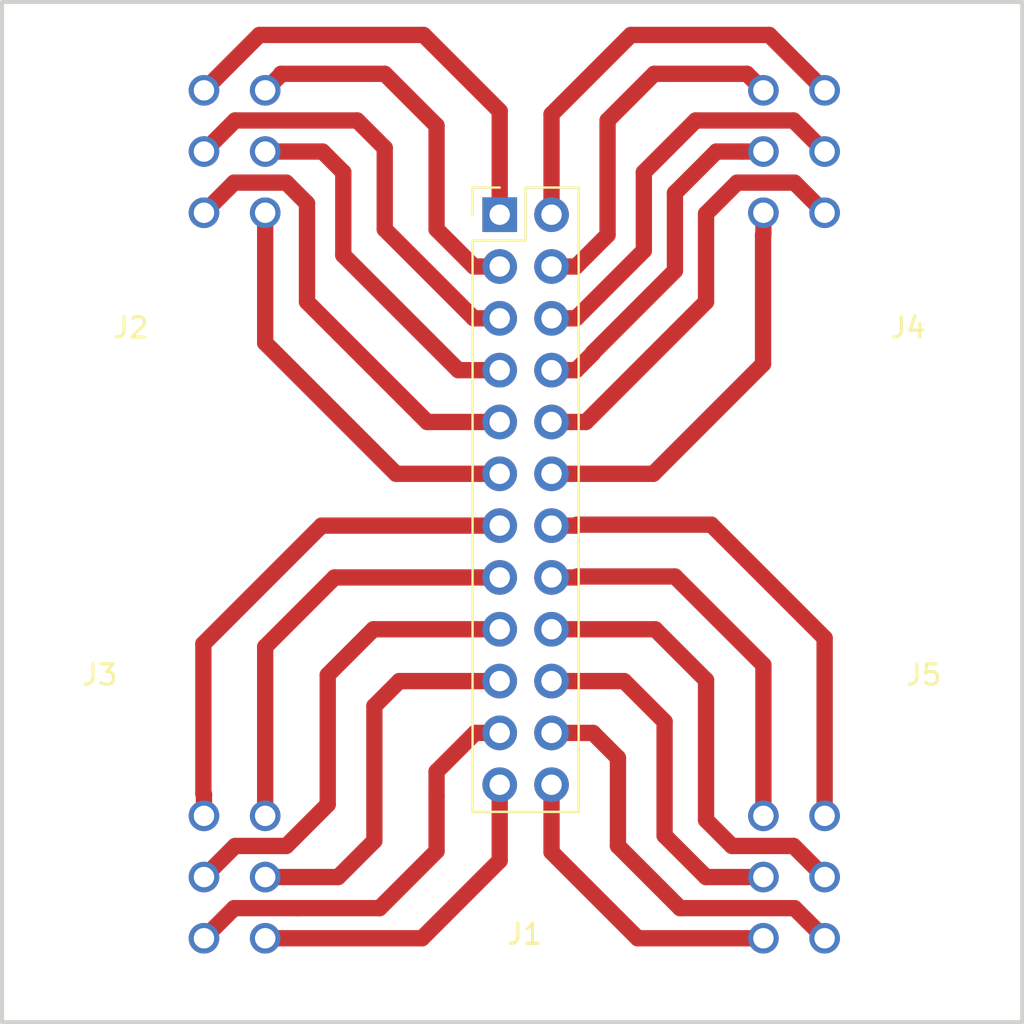
<source format=kicad_pcb>
(kicad_pcb (version 20171130) (host pcbnew "(5.0.2)-1")

  (general
    (thickness 1.6)
    (drawings 4)
    (tracks 128)
    (zones 0)
    (modules 5)
    (nets 25)
  )

  (page A4)
  (layers
    (0 F.Cu signal)
    (31 B.Cu signal)
    (32 B.Adhes user)
    (33 F.Adhes user)
    (34 B.Paste user)
    (35 F.Paste user)
    (36 B.SilkS user)
    (37 F.SilkS user)
    (38 B.Mask user)
    (39 F.Mask user)
    (40 Dwgs.User user)
    (41 Cmts.User user)
    (42 Eco1.User user)
    (43 Eco2.User user)
    (44 Edge.Cuts user)
    (45 Margin user)
    (46 B.CrtYd user)
    (47 F.CrtYd user)
    (48 B.Fab user)
    (49 F.Fab user)
  )

  (setup
    (last_trace_width 0.8)
    (trace_clearance 0.2)
    (zone_clearance 0.508)
    (zone_45_only no)
    (trace_min 0.2)
    (segment_width 0.2)
    (edge_width 0.2)
    (via_size 0.8)
    (via_drill 0.4)
    (via_min_size 0.4)
    (via_min_drill 0.3)
    (uvia_size 0.3)
    (uvia_drill 0.1)
    (uvias_allowed no)
    (uvia_min_size 0.2)
    (uvia_min_drill 0.1)
    (pcb_text_width 0.3)
    (pcb_text_size 1.5 1.5)
    (mod_edge_width 0.15)
    (mod_text_size 1 1)
    (mod_text_width 0.15)
    (pad_size 1.524 1.524)
    (pad_drill 0.762)
    (pad_to_mask_clearance 0.051)
    (solder_mask_min_width 0.25)
    (aux_axis_origin 0 0)
    (visible_elements 7FFFFFFF)
    (pcbplotparams
      (layerselection 0x010fc_ffffffff)
      (usegerberextensions false)
      (usegerberattributes false)
      (usegerberadvancedattributes false)
      (creategerberjobfile false)
      (excludeedgelayer true)
      (linewidth 0.100000)
      (plotframeref false)
      (viasonmask false)
      (mode 1)
      (useauxorigin false)
      (hpglpennumber 1)
      (hpglpenspeed 20)
      (hpglpendiameter 15.000000)
      (psnegative false)
      (psa4output false)
      (plotreference true)
      (plotvalue false)
      (plotinvisibletext false)
      (padsonsilk false)
      (subtractmaskfromsilk false)
      (outputformat 1)
      (mirror false)
      (drillshape 0)
      (scaleselection 1)
      (outputdirectory "ConnGERBERS/"))
  )

  (net 0 "")
  (net 1 "Net-(J1-Pad24)")
  (net 2 "Net-(J1-Pad12)")
  (net 3 "Net-(J1-Pad23)")
  (net 4 "Net-(J1-Pad11)")
  (net 5 "Net-(J1-Pad22)")
  (net 6 "Net-(J1-Pad10)")
  (net 7 "Net-(J1-Pad21)")
  (net 8 "Net-(J1-Pad9)")
  (net 9 "Net-(J1-Pad20)")
  (net 10 "Net-(J1-Pad8)")
  (net 11 "Net-(J1-Pad19)")
  (net 12 "Net-(J1-Pad7)")
  (net 13 "Net-(J1-Pad18)")
  (net 14 "Net-(J1-Pad6)")
  (net 15 "Net-(J1-Pad17)")
  (net 16 "Net-(J1-Pad5)")
  (net 17 "Net-(J1-Pad16)")
  (net 18 "Net-(J1-Pad4)")
  (net 19 "Net-(J1-Pad15)")
  (net 20 "Net-(J1-Pad3)")
  (net 21 "Net-(J1-Pad14)")
  (net 22 "Net-(J1-Pad2)")
  (net 23 "Net-(J1-Pad13)")
  (net 24 "Net-(J1-Pad1)")

  (net_class Default "This is the default net class."
    (clearance 0.2)
    (trace_width 0.8)
    (via_dia 0.8)
    (via_drill 0.4)
    (uvia_dia 0.3)
    (uvia_drill 0.1)
    (add_net "Net-(J1-Pad1)")
    (add_net "Net-(J1-Pad10)")
    (add_net "Net-(J1-Pad11)")
    (add_net "Net-(J1-Pad12)")
    (add_net "Net-(J1-Pad13)")
    (add_net "Net-(J1-Pad14)")
    (add_net "Net-(J1-Pad15)")
    (add_net "Net-(J1-Pad16)")
    (add_net "Net-(J1-Pad17)")
    (add_net "Net-(J1-Pad18)")
    (add_net "Net-(J1-Pad19)")
    (add_net "Net-(J1-Pad2)")
    (add_net "Net-(J1-Pad20)")
    (add_net "Net-(J1-Pad21)")
    (add_net "Net-(J1-Pad22)")
    (add_net "Net-(J1-Pad23)")
    (add_net "Net-(J1-Pad24)")
    (add_net "Net-(J1-Pad3)")
    (add_net "Net-(J1-Pad4)")
    (add_net "Net-(J1-Pad5)")
    (add_net "Net-(J1-Pad6)")
    (add_net "Net-(J1-Pad7)")
    (add_net "Net-(J1-Pad8)")
    (add_net "Net-(J1-Pad9)")
  )

  (module SOAR_Kicad_Library:Pin_Header_Straight_2x12_Pitch2.54mm (layer F.Cu) (tedit 5C6A0B38) (tstamp 5C6F9C9C)
    (at 164.385001 86.915001)
    (descr "Through hole straight pin header, 2x12, 2.54mm pitch, double rows")
    (tags "Through hole pin header THT 2x12 2.54mm double row")
    (path /5C6AD1A8)
    (fp_text reference J1 (at 1.222999 35.258999) (layer F.SilkS)
      (effects (font (size 1 1) (thickness 0.15)))
    )
    (fp_text value "2x12 Pin Header" (at 1.730999 37.036999) (layer F.Fab)
      (effects (font (size 1 1) (thickness 0.15)))
    )
    (fp_text user %R (at 1.27 13.97 90) (layer F.Fab)
      (effects (font (size 1 1) (thickness 0.15)))
    )
    (fp_line (start 4.35 -1.8) (end -1.8 -1.8) (layer F.CrtYd) (width 0.05))
    (fp_line (start 4.35 29.75) (end 4.35 -1.8) (layer F.CrtYd) (width 0.05))
    (fp_line (start -1.8 29.75) (end 4.35 29.75) (layer F.CrtYd) (width 0.05))
    (fp_line (start -1.8 -1.8) (end -1.8 29.75) (layer F.CrtYd) (width 0.05))
    (fp_line (start -1.33 -1.33) (end 0 -1.33) (layer F.SilkS) (width 0.12))
    (fp_line (start -1.33 0) (end -1.33 -1.33) (layer F.SilkS) (width 0.12))
    (fp_line (start 1.27 -1.33) (end 3.87 -1.33) (layer F.SilkS) (width 0.12))
    (fp_line (start 1.27 1.27) (end 1.27 -1.33) (layer F.SilkS) (width 0.12))
    (fp_line (start -1.33 1.27) (end 1.27 1.27) (layer F.SilkS) (width 0.12))
    (fp_line (start 3.87 -1.33) (end 3.87 29.27) (layer F.SilkS) (width 0.12))
    (fp_line (start -1.33 1.27) (end -1.33 29.27) (layer F.SilkS) (width 0.12))
    (fp_line (start -1.33 29.27) (end 3.87 29.27) (layer F.SilkS) (width 0.12))
    (fp_line (start -1.27 0) (end 0 -1.27) (layer F.Fab) (width 0.1))
    (fp_line (start -1.27 29.21) (end -1.27 0) (layer F.Fab) (width 0.1))
    (fp_line (start 3.81 29.21) (end -1.27 29.21) (layer F.Fab) (width 0.1))
    (fp_line (start 3.81 -1.27) (end 3.81 29.21) (layer F.Fab) (width 0.1))
    (fp_line (start 0 -1.27) (end 3.81 -1.27) (layer F.Fab) (width 0.1))
    (pad 24 thru_hole oval (at 2.54 27.94) (size 1.7 1.7) (drill 1) (layers *.Cu *.Mask)
      (net 1 "Net-(J1-Pad24)"))
    (pad 12 thru_hole oval (at 0 27.94) (size 1.7 1.7) (drill 1) (layers *.Cu *.Mask)
      (net 2 "Net-(J1-Pad12)"))
    (pad 23 thru_hole oval (at 2.54 25.4) (size 1.7 1.7) (drill 1) (layers *.Cu *.Mask)
      (net 3 "Net-(J1-Pad23)"))
    (pad 11 thru_hole oval (at 0 25.4) (size 1.7 1.7) (drill 1) (layers *.Cu *.Mask)
      (net 4 "Net-(J1-Pad11)"))
    (pad 22 thru_hole oval (at 2.54 22.86) (size 1.7 1.7) (drill 1) (layers *.Cu *.Mask)
      (net 5 "Net-(J1-Pad22)"))
    (pad 10 thru_hole oval (at 0 22.86) (size 1.7 1.7) (drill 1) (layers *.Cu *.Mask)
      (net 6 "Net-(J1-Pad10)"))
    (pad 21 thru_hole oval (at 2.54 20.32) (size 1.7 1.7) (drill 1) (layers *.Cu *.Mask)
      (net 7 "Net-(J1-Pad21)"))
    (pad 9 thru_hole oval (at 0 20.32) (size 1.7 1.7) (drill 1) (layers *.Cu *.Mask)
      (net 8 "Net-(J1-Pad9)"))
    (pad 20 thru_hole oval (at 2.54 17.78) (size 1.7 1.7) (drill 1) (layers *.Cu *.Mask)
      (net 9 "Net-(J1-Pad20)"))
    (pad 8 thru_hole oval (at 0 17.78) (size 1.7 1.7) (drill 1) (layers *.Cu *.Mask)
      (net 10 "Net-(J1-Pad8)"))
    (pad 19 thru_hole oval (at 2.54 15.24) (size 1.7 1.7) (drill 1) (layers *.Cu *.Mask)
      (net 11 "Net-(J1-Pad19)"))
    (pad 7 thru_hole oval (at 0 15.24) (size 1.7 1.7) (drill 1) (layers *.Cu *.Mask)
      (net 12 "Net-(J1-Pad7)"))
    (pad 18 thru_hole oval (at 2.54 12.7) (size 1.7 1.7) (drill 1) (layers *.Cu *.Mask)
      (net 13 "Net-(J1-Pad18)"))
    (pad 6 thru_hole oval (at 0 12.7) (size 1.7 1.7) (drill 1) (layers *.Cu *.Mask)
      (net 14 "Net-(J1-Pad6)"))
    (pad 17 thru_hole oval (at 2.54 10.16) (size 1.7 1.7) (drill 1) (layers *.Cu *.Mask)
      (net 15 "Net-(J1-Pad17)"))
    (pad 5 thru_hole oval (at 0 10.16) (size 1.7 1.7) (drill 1) (layers *.Cu *.Mask)
      (net 16 "Net-(J1-Pad5)"))
    (pad 16 thru_hole oval (at 2.54 7.62) (size 1.7 1.7) (drill 1) (layers *.Cu *.Mask)
      (net 17 "Net-(J1-Pad16)"))
    (pad 4 thru_hole oval (at 0 7.62) (size 1.7 1.7) (drill 1) (layers *.Cu *.Mask)
      (net 18 "Net-(J1-Pad4)"))
    (pad 15 thru_hole oval (at 2.54 5.08) (size 1.7 1.7) (drill 1) (layers *.Cu *.Mask)
      (net 19 "Net-(J1-Pad15)"))
    (pad 3 thru_hole oval (at 0 5.08) (size 1.7 1.7) (drill 1) (layers *.Cu *.Mask)
      (net 20 "Net-(J1-Pad3)"))
    (pad 14 thru_hole oval (at 2.54 2.54) (size 1.7 1.7) (drill 1) (layers *.Cu *.Mask)
      (net 21 "Net-(J1-Pad14)"))
    (pad 2 thru_hole oval (at 0 2.54) (size 1.7 1.7) (drill 1) (layers *.Cu *.Mask)
      (net 22 "Net-(J1-Pad2)"))
    (pad 13 thru_hole oval (at 2.54 0) (size 1.7 1.7) (drill 1) (layers *.Cu *.Mask)
      (net 23 "Net-(J1-Pad13)"))
    (pad 1 thru_hole rect (at 0 0) (size 1.7 1.7) (drill 1) (layers *.Cu *.Mask)
      (net 24 "Net-(J1-Pad1)"))
    (model ${KISYS3DMOD}/Pin_Headers.3dshapes/Pin_Header_Straight_2x12_Pitch2.54mm.wrl
      (at (xyz 0 0 0))
      (scale (xyz 1 1 1))
      (rotate (xyz 0 0 0))
    )
  )

  (module SOAR_Kicad_Library:Molex_Micro-Fit_3.0_43045-0600_2x03_P3.00mm_Horizontal_flip_left (layer F.Cu) (tedit 5C6A0B27) (tstamp 5C6F9CB4)
    (at 140.97 83.82 270)
    (descr "Molex Micro-Fit 3.0 Connector System, 43045-0410 (compatible alternatives: 43045-0411, 43045-0409), 2 Pins per row (http://www.molex.com/pdm_docs/sd/430450210_sd.pdf), generated with kicad-footprint-generator")
    (tags "connector Molex Micro-Fit_3.0 top entry")
    (path /5C69E539)
    (attr smd)
    (fp_text reference J2 (at 8.636 -5.334) (layer F.SilkS)
      (effects (font (size 1 1) (thickness 0.15)))
    )
    (fp_text value "2x3 Molex" (at 10.16 -5.334 180) (layer F.Fab)
      (effects (font (size 1 1) (thickness 0.15)))
    )
    (fp_line (start 7.1 -13) (end -7.1 -13) (layer F.CrtYd) (width 0.15))
    (fp_line (start 7.1 -3.1) (end 7.1 -13) (layer F.CrtYd) (width 0.15))
    (fp_line (start 5.8 0.5) (end 7.1 -3.1) (layer F.CrtYd) (width 0.15))
    (fp_line (start -5.8 0.5) (end 5.8 0.5) (layer F.CrtYd) (width 0.15))
    (fp_line (start -7.1 -3.2) (end -5.8 0.5) (layer F.CrtYd) (width 0.15))
    (fp_line (start -7.1 -13) (end -7.1 -3.2) (layer F.CrtYd) (width 0.15))
    (fp_line (start 0 0) (end -5.325 0) (layer F.Fab) (width 0.1))
    (fp_line (start -6.325 -3.17) (end -5.325 0) (layer F.Fab) (width 0.1))
    (fp_line (start -6.325 -9.91) (end -6.325 -3.17) (layer F.Fab) (width 0.1))
    (fp_line (start -6.325 -9.91) (end 6.325 -9.91) (layer F.Fab) (width 0.1))
    (fp_line (start 0 0) (end 5.325 0) (layer F.Fab) (width 0.1))
    (fp_line (start 6.325 -3.17) (end 5.325 0) (layer F.Fab) (width 0.1))
    (fp_line (start 6.325 -9.91) (end 6.325 -3.17) (layer F.Fab) (width 0.1))
    (pad "" np_thru_hole circle (at 0 -4.6 90) (size 3 3) (drill 3) (layers *.Cu *.Mask))
    (pad 5 thru_hole circle (at 3 -8.92 90) (size 1.5 1.5) (drill 1) (layers *.Cu *.Mask)
      (net 16 "Net-(J1-Pad5)"))
    (pad 3 thru_hole circle (at 0 -8.92 90) (size 1.5 1.5) (drill 1) (layers *.Cu *.Mask)
      (net 20 "Net-(J1-Pad3)"))
    (pad 6 thru_hole circle (at 3 -11.92 90) (size 1.5 1.5) (drill 1) (layers *.Cu *.Mask)
      (net 14 "Net-(J1-Pad6)"))
    (pad 4 thru_hole circle (at 0 -11.92 90) (size 1.5 1.5) (drill 1) (layers *.Cu *.Mask)
      (net 18 "Net-(J1-Pad4)"))
    (pad 2 thru_hole circle (at -3 -11.92 90) (size 1.5 1.5) (drill 1) (layers *.Cu *.Mask)
      (net 22 "Net-(J1-Pad2)"))
    (pad 1 thru_hole circle (at -3 -8.92 90) (size 1.5 1.5) (drill 1) (layers *.Cu *.Mask)
      (net 24 "Net-(J1-Pad1)"))
    (model ${KISYS3DMOD}/Connector_Molex.3dshapes/Molex_Micro-Fit_3.0_43045-0410_2x02-1MP_P3.00mm_Horizontal.wrl
      (at (xyz 0 0 0))
      (scale (xyz 1 1 1))
      (rotate (xyz 0 0 0))
    )
  )

  (module SOAR_Kicad_Library:Molex_Micro-Fit_3.0_43045-0600_2x03_P3.00mm_Horizontal_flip_left (layer F.Cu) (tedit 5C6A0B23) (tstamp 5C6F9CCC)
    (at 140.97 119.38 270)
    (descr "Molex Micro-Fit 3.0 Connector System, 43045-0410 (compatible alternatives: 43045-0411, 43045-0409), 2 Pins per row (http://www.molex.com/pdm_docs/sd/430450210_sd.pdf), generated with kicad-footprint-generator")
    (tags "connector Molex Micro-Fit_3.0 top entry")
    (path /5C69E6D8)
    (attr smd)
    (fp_text reference J3 (at -9.906 -3.81) (layer F.SilkS)
      (effects (font (size 1 1) (thickness 0.15)))
    )
    (fp_text value "2x3 Molex" (at -8.128 -3.556 180) (layer F.Fab)
      (effects (font (size 1 1) (thickness 0.15)))
    )
    (fp_line (start 6.325 -9.91) (end 6.325 -3.17) (layer F.Fab) (width 0.1))
    (fp_line (start 6.325 -3.17) (end 5.325 0) (layer F.Fab) (width 0.1))
    (fp_line (start 0 0) (end 5.325 0) (layer F.Fab) (width 0.1))
    (fp_line (start -6.325 -9.91) (end 6.325 -9.91) (layer F.Fab) (width 0.1))
    (fp_line (start -6.325 -9.91) (end -6.325 -3.17) (layer F.Fab) (width 0.1))
    (fp_line (start -6.325 -3.17) (end -5.325 0) (layer F.Fab) (width 0.1))
    (fp_line (start 0 0) (end -5.325 0) (layer F.Fab) (width 0.1))
    (fp_line (start -7.1 -13) (end -7.1 -3.2) (layer F.CrtYd) (width 0.15))
    (fp_line (start -7.1 -3.2) (end -5.8 0.5) (layer F.CrtYd) (width 0.15))
    (fp_line (start -5.8 0.5) (end 5.8 0.5) (layer F.CrtYd) (width 0.15))
    (fp_line (start 5.8 0.5) (end 7.1 -3.1) (layer F.CrtYd) (width 0.15))
    (fp_line (start 7.1 -3.1) (end 7.1 -13) (layer F.CrtYd) (width 0.15))
    (fp_line (start 7.1 -13) (end -7.1 -13) (layer F.CrtYd) (width 0.15))
    (pad 1 thru_hole circle (at -3 -8.92 90) (size 1.5 1.5) (drill 1) (layers *.Cu *.Mask)
      (net 12 "Net-(J1-Pad7)"))
    (pad 2 thru_hole circle (at -3 -11.92 90) (size 1.5 1.5) (drill 1) (layers *.Cu *.Mask)
      (net 10 "Net-(J1-Pad8)"))
    (pad 4 thru_hole circle (at 0 -11.92 90) (size 1.5 1.5) (drill 1) (layers *.Cu *.Mask)
      (net 6 "Net-(J1-Pad10)"))
    (pad 6 thru_hole circle (at 3 -11.92 90) (size 1.5 1.5) (drill 1) (layers *.Cu *.Mask)
      (net 2 "Net-(J1-Pad12)"))
    (pad 3 thru_hole circle (at 0 -8.92 90) (size 1.5 1.5) (drill 1) (layers *.Cu *.Mask)
      (net 8 "Net-(J1-Pad9)"))
    (pad 5 thru_hole circle (at 3 -8.92 90) (size 1.5 1.5) (drill 1) (layers *.Cu *.Mask)
      (net 4 "Net-(J1-Pad11)"))
    (pad "" np_thru_hole circle (at 0 -4.6 90) (size 3 3) (drill 3) (layers *.Cu *.Mask))
    (model ${KISYS3DMOD}/Connector_Molex.3dshapes/Molex_Micro-Fit_3.0_43045-0410_2x02-1MP_P3.00mm_Horizontal.wrl
      (at (xyz 0 0 0))
      (scale (xyz 1 1 1))
      (rotate (xyz 0 0 0))
    )
  )

  (module SOAR_Kicad_Library:Molex_Micro-Fit_3.0_43045-0600_2x03_P3.00mm_Horizontal_flip_right (layer F.Cu) (tedit 5C6A0B0A) (tstamp 5C6F9CE4)
    (at 189.23 83.82 90)
    (descr "Molex Micro-Fit 3.0 Connector System, 43045-0410 (compatible alternatives: 43045-0411, 43045-0409), 2 Pins per row (http://www.molex.com/pdm_docs/sd/430450210_sd.pdf), generated with kicad-footprint-generator")
    (tags "connector Molex Micro-Fit_3.0 top entry")
    (path /5C69E891)
    (attr smd)
    (fp_text reference J4 (at -8.636 -4.826 180) (layer F.SilkS)
      (effects (font (size 1 1) (thickness 0.15)))
    )
    (fp_text value "2x3 Molex" (at -10.16 -4.826) (layer F.Fab)
      (effects (font (size 1 1) (thickness 0.15)))
    )
    (fp_line (start 7.1 -13) (end -7.1 -13) (layer F.CrtYd) (width 0.15))
    (fp_line (start 7.1 -3.1) (end 7.1 -13) (layer F.CrtYd) (width 0.15))
    (fp_line (start 5.8 0.5) (end 7.1 -3.1) (layer F.CrtYd) (width 0.15))
    (fp_line (start -5.8 0.5) (end 5.8 0.5) (layer F.CrtYd) (width 0.15))
    (fp_line (start -7.1 -3.2) (end -5.8 0.5) (layer F.CrtYd) (width 0.15))
    (fp_line (start -7.1 -13) (end -7.1 -3.2) (layer F.CrtYd) (width 0.15))
    (fp_line (start 0 0) (end -5.325 0) (layer F.Fab) (width 0.1))
    (fp_line (start -6.325 -3.17) (end -5.325 0) (layer F.Fab) (width 0.1))
    (fp_line (start -6.325 -9.91) (end -6.325 -3.17) (layer F.Fab) (width 0.1))
    (fp_line (start -6.325 -9.91) (end 6.325 -9.91) (layer F.Fab) (width 0.1))
    (fp_line (start 0 0) (end 5.325 0) (layer F.Fab) (width 0.1))
    (fp_line (start 6.325 -3.17) (end 5.325 0) (layer F.Fab) (width 0.1))
    (fp_line (start 6.325 -9.91) (end 6.325 -3.17) (layer F.Fab) (width 0.1))
    (pad "" np_thru_hole circle (at 0 -4.6 270) (size 3 3) (drill 3) (layers *.Cu *.Mask))
    (pad 1 thru_hole circle (at 3 -8.92 270) (size 1.5 1.5) (drill 1) (layers *.Cu *.Mask)
      (net 23 "Net-(J1-Pad13)"))
    (pad 3 thru_hole circle (at 0 -8.92 270) (size 1.5 1.5) (drill 1) (layers *.Cu *.Mask)
      (net 19 "Net-(J1-Pad15)"))
    (pad 2 thru_hole circle (at 3 -11.92 270) (size 1.5 1.5) (drill 1) (layers *.Cu *.Mask)
      (net 21 "Net-(J1-Pad14)"))
    (pad 4 thru_hole circle (at 0 -11.92 270) (size 1.5 1.5) (drill 1) (layers *.Cu *.Mask)
      (net 17 "Net-(J1-Pad16)"))
    (pad 6 thru_hole circle (at -3 -11.92 270) (size 1.5 1.5) (drill 1) (layers *.Cu *.Mask)
      (net 13 "Net-(J1-Pad18)"))
    (pad 5 thru_hole circle (at -3 -8.92 270) (size 1.5 1.5) (drill 1) (layers *.Cu *.Mask)
      (net 15 "Net-(J1-Pad17)"))
    (model ${KISYS3DMOD}/Connector_Molex.3dshapes/Molex_Micro-Fit_3.0_43045-0410_2x02-1MP_P3.00mm_Horizontal.wrl
      (at (xyz 0 0 0))
      (scale (xyz 1 1 1))
      (rotate (xyz 0 0 0))
    )
  )

  (module SOAR_Kicad_Library:Molex_Micro-Fit_3.0_43045-0600_2x03_P3.00mm_Horizontal_flip_right (layer F.Cu) (tedit 5C6A0B1F) (tstamp 5C6F9CFC)
    (at 189.23 119.38 90)
    (descr "Molex Micro-Fit 3.0 Connector System, 43045-0410 (compatible alternatives: 43045-0411, 43045-0409), 2 Pins per row (http://www.molex.com/pdm_docs/sd/430450210_sd.pdf), generated with kicad-footprint-generator")
    (tags "connector Molex Micro-Fit_3.0 top entry")
    (path /5C69EA07)
    (attr smd)
    (fp_text reference J5 (at 9.906 -4.064 180) (layer F.SilkS)
      (effects (font (size 1 1) (thickness 0.15)))
    )
    (fp_text value "2x3 Molex" (at 8.128 -3.556) (layer F.Fab)
      (effects (font (size 1 1) (thickness 0.15)))
    )
    (fp_line (start 6.325 -9.91) (end 6.325 -3.17) (layer F.Fab) (width 0.1))
    (fp_line (start 6.325 -3.17) (end 5.325 0) (layer F.Fab) (width 0.1))
    (fp_line (start 0 0) (end 5.325 0) (layer F.Fab) (width 0.1))
    (fp_line (start -6.325 -9.91) (end 6.325 -9.91) (layer F.Fab) (width 0.1))
    (fp_line (start -6.325 -9.91) (end -6.325 -3.17) (layer F.Fab) (width 0.1))
    (fp_line (start -6.325 -3.17) (end -5.325 0) (layer F.Fab) (width 0.1))
    (fp_line (start 0 0) (end -5.325 0) (layer F.Fab) (width 0.1))
    (fp_line (start -7.1 -13) (end -7.1 -3.2) (layer F.CrtYd) (width 0.15))
    (fp_line (start -7.1 -3.2) (end -5.8 0.5) (layer F.CrtYd) (width 0.15))
    (fp_line (start -5.8 0.5) (end 5.8 0.5) (layer F.CrtYd) (width 0.15))
    (fp_line (start 5.8 0.5) (end 7.1 -3.1) (layer F.CrtYd) (width 0.15))
    (fp_line (start 7.1 -3.1) (end 7.1 -13) (layer F.CrtYd) (width 0.15))
    (fp_line (start 7.1 -13) (end -7.1 -13) (layer F.CrtYd) (width 0.15))
    (pad 5 thru_hole circle (at -3 -8.92 270) (size 1.5 1.5) (drill 1) (layers *.Cu *.Mask)
      (net 3 "Net-(J1-Pad23)"))
    (pad 6 thru_hole circle (at -3 -11.92 270) (size 1.5 1.5) (drill 1) (layers *.Cu *.Mask)
      (net 1 "Net-(J1-Pad24)"))
    (pad 4 thru_hole circle (at 0 -11.92 270) (size 1.5 1.5) (drill 1) (layers *.Cu *.Mask)
      (net 5 "Net-(J1-Pad22)"))
    (pad 2 thru_hole circle (at 3 -11.92 270) (size 1.5 1.5) (drill 1) (layers *.Cu *.Mask)
      (net 9 "Net-(J1-Pad20)"))
    (pad 3 thru_hole circle (at 0 -8.92 270) (size 1.5 1.5) (drill 1) (layers *.Cu *.Mask)
      (net 7 "Net-(J1-Pad21)"))
    (pad 1 thru_hole circle (at 3 -8.92 270) (size 1.5 1.5) (drill 1) (layers *.Cu *.Mask)
      (net 11 "Net-(J1-Pad19)"))
    (pad "" np_thru_hole circle (at 0 -4.6 270) (size 3 3) (drill 3) (layers *.Cu *.Mask))
    (model ${KISYS3DMOD}/Connector_Molex.3dshapes/Molex_Micro-Fit_3.0_43045-0410_2x02-1MP_P3.00mm_Horizontal.wrl
      (at (xyz 0 0 0))
      (scale (xyz 1 1 1))
      (rotate (xyz 0 0 0))
    )
  )

  (gr_line (start 189.992 126.492) (end 139.992 126.492) (layer Edge.Cuts) (width 0.2) (tstamp 5C6A2A12))
  (gr_line (start 189.992 76.492) (end 139.992 76.492) (layer Edge.Cuts) (width 0.2) (tstamp 5C6A29A5))
  (gr_line (start 139.992 76.492) (end 139.992 126.492) (layer Edge.Cuts) (width 0.2) (tstamp 5C6A299D))
  (gr_line (start 189.992 76.492) (end 189.992 126.492) (layer Edge.Cuts) (width 0.2))

  (segment (start 177.31 122.38) (end 171.148 122.38) (width 0.8) (layer F.Cu) (net 1))
  (segment (start 171.148 122.38) (end 166.925001 118.157001) (width 0.8) (layer F.Cu) (net 1))
  (segment (start 166.925001 118.157001) (end 166.925001 114.855001) (width 0.8) (layer F.Cu) (net 1))
  (segment (start 164.385001 114.855001) (end 164.385001 118.570999) (width 0.8) (layer F.Cu) (net 2))
  (segment (start 160.576 122.38) (end 152.89 122.38) (width 0.8) (layer F.Cu) (net 2))
  (segment (start 164.385001 118.570999) (end 160.576 122.38) (width 0.8) (layer F.Cu) (net 2))
  (segment (start 168.957001 112.315001) (end 166.925001 112.315001) (width 0.8) (layer F.Cu) (net 3))
  (segment (start 170.18 113.538) (end 168.957001 112.315001) (width 0.8) (layer F.Cu) (net 3))
  (segment (start 173.228 120.904) (end 170.18 117.856) (width 0.8) (layer F.Cu) (net 3))
  (segment (start 178.834 120.904) (end 173.228 120.904) (width 0.8) (layer F.Cu) (net 3))
  (segment (start 170.18 117.856) (end 170.18 113.538) (width 0.8) (layer F.Cu) (net 3))
  (segment (start 180.31 122.38) (end 178.834 120.904) (width 0.8) (layer F.Cu) (net 3))
  (segment (start 149.89 122.38) (end 151.366 120.904) (width 0.8) (layer F.Cu) (net 4))
  (segment (start 151.366 120.904) (end 154.432 120.904) (width 0.8) (layer F.Cu) (net 4))
  (segment (start 154.432 120.904) (end 158.496 120.904) (width 0.8) (layer F.Cu) (net 4))
  (segment (start 158.496 120.904) (end 161.29 118.11) (width 0.8) (layer F.Cu) (net 4))
  (segment (start 161.29 118.11) (end 161.29 115.410002) (width 0.8) (layer F.Cu) (net 4))
  (segment (start 161.29 114.207921) (end 161.29 115.410002) (width 0.8) (layer F.Cu) (net 4))
  (segment (start 163.18292 112.315001) (end 161.29 114.207921) (width 0.8) (layer F.Cu) (net 4))
  (segment (start 164.385001 112.315001) (end 163.18292 112.315001) (width 0.8) (layer F.Cu) (net 4))
  (segment (start 170.481001 109.775001) (end 166.925001 109.775001) (width 0.8) (layer F.Cu) (net 5))
  (segment (start 172.466 117.348) (end 172.466 111.76) (width 0.8) (layer F.Cu) (net 5))
  (segment (start 172.466 111.76) (end 170.481001 109.775001) (width 0.8) (layer F.Cu) (net 5))
  (segment (start 174.498 119.38) (end 172.466 117.348) (width 0.8) (layer F.Cu) (net 5))
  (segment (start 177.31 119.38) (end 174.498 119.38) (width 0.8) (layer F.Cu) (net 5))
  (segment (start 158.242 110.998) (end 159.464999 109.775001) (width 0.8) (layer F.Cu) (net 6))
  (segment (start 159.464999 109.775001) (end 164.385001 109.775001) (width 0.8) (layer F.Cu) (net 6))
  (segment (start 158.242 117.602) (end 158.242 110.998) (width 0.8) (layer F.Cu) (net 6))
  (segment (start 156.464 119.38) (end 158.242 117.602) (width 0.8) (layer F.Cu) (net 6))
  (segment (start 152.89 119.38) (end 156.464 119.38) (width 0.8) (layer F.Cu) (net 6))
  (segment (start 178.786 117.856) (end 180.31 119.38) (width 0.8) (layer F.Cu) (net 7))
  (segment (start 175.768 117.856) (end 178.786 117.856) (width 0.8) (layer F.Cu) (net 7))
  (segment (start 174.498 116.586) (end 175.768 117.856) (width 0.8) (layer F.Cu) (net 7))
  (segment (start 174.498 109.728) (end 174.498 116.586) (width 0.8) (layer F.Cu) (net 7))
  (segment (start 172.005001 107.235001) (end 174.498 109.728) (width 0.8) (layer F.Cu) (net 7))
  (segment (start 166.925001 107.235001) (end 172.005001 107.235001) (width 0.8) (layer F.Cu) (net 7))
  (segment (start 151.414 117.856) (end 149.89 119.38) (width 0.8) (layer F.Cu) (net 8))
  (segment (start 155.956 109.474) (end 155.956 115.824) (width 0.8) (layer F.Cu) (net 8))
  (segment (start 153.924 117.856) (end 151.414 117.856) (width 0.8) (layer F.Cu) (net 8))
  (segment (start 155.956 115.824) (end 153.924 117.856) (width 0.8) (layer F.Cu) (net 8))
  (segment (start 158.194999 107.235001) (end 155.956 109.474) (width 0.8) (layer F.Cu) (net 8))
  (segment (start 164.385001 107.235001) (end 158.194999 107.235001) (width 0.8) (layer F.Cu) (net 8))
  (segment (start 177.31 108.984) (end 177.31 116.38) (width 0.8) (layer F.Cu) (net 9))
  (segment (start 168.174083 104.648) (end 172.974 104.648) (width 0.8) (layer F.Cu) (net 9))
  (segment (start 172.974 104.648) (end 177.31 108.984) (width 0.8) (layer F.Cu) (net 9))
  (segment (start 168.127082 104.695001) (end 168.174083 104.648) (width 0.8) (layer F.Cu) (net 9))
  (segment (start 166.925001 104.695001) (end 168.127082 104.695001) (width 0.8) (layer F.Cu) (net 9))
  (segment (start 152.89 108.095) (end 152.89 116.38) (width 0.8) (layer F.Cu) (net 10))
  (segment (start 156.289999 104.695001) (end 152.89 108.095) (width 0.8) (layer F.Cu) (net 10))
  (segment (start 164.385001 104.695001) (end 156.289999 104.695001) (width 0.8) (layer F.Cu) (net 10))
  (segment (start 168.127082 102.155001) (end 168.174083 102.108) (width 0.8) (layer F.Cu) (net 11))
  (segment (start 166.925001 102.155001) (end 168.127082 102.155001) (width 0.8) (layer F.Cu) (net 11))
  (segment (start 168.174083 102.108) (end 174.752 102.108) (width 0.8) (layer F.Cu) (net 11))
  (segment (start 180.31 107.666) (end 180.31 116.38) (width 0.8) (layer F.Cu) (net 11))
  (segment (start 174.752 102.108) (end 180.31 107.666) (width 0.8) (layer F.Cu) (net 11))
  (segment (start 149.89 115.31934) (end 149.86 115.28934) (width 0.8) (layer F.Cu) (net 12))
  (segment (start 149.89 116.38) (end 149.89 115.31934) (width 0.8) (layer F.Cu) (net 12))
  (segment (start 149.86 115.28934) (end 149.86 107.95) (width 0.8) (layer F.Cu) (net 12))
  (segment (start 155.654999 102.155001) (end 164.385001 102.155001) (width 0.8) (layer F.Cu) (net 12))
  (segment (start 149.86 107.95) (end 155.654999 102.155001) (width 0.8) (layer F.Cu) (net 12))
  (segment (start 177.31 87.88066) (end 177.292 87.89866) (width 0.8) (layer F.Cu) (net 13))
  (segment (start 177.31 86.82) (end 177.31 87.88066) (width 0.8) (layer F.Cu) (net 13))
  (segment (start 177.292 87.89866) (end 177.292 94.234) (width 0.8) (layer F.Cu) (net 13))
  (segment (start 171.910999 99.615001) (end 166.925001 99.615001) (width 0.8) (layer F.Cu) (net 13))
  (segment (start 177.292 94.234) (end 171.910999 99.615001) (width 0.8) (layer F.Cu) (net 13))
  (segment (start 152.89 86.82) (end 152.89 93.2) (width 0.8) (layer F.Cu) (net 14))
  (segment (start 159.305001 99.615001) (end 164.385001 99.615001) (width 0.8) (layer F.Cu) (net 14))
  (segment (start 152.89 93.2) (end 159.305001 99.615001) (width 0.8) (layer F.Cu) (net 14))
  (segment (start 180.31 86.82) (end 178.834 85.344) (width 0.8) (layer F.Cu) (net 15))
  (segment (start 174.498 91.186) (end 168.608999 97.075001) (width 0.8) (layer F.Cu) (net 15))
  (segment (start 174.498 86.868) (end 174.498 91.186) (width 0.8) (layer F.Cu) (net 15))
  (segment (start 176.022 85.344) (end 174.498 86.868) (width 0.8) (layer F.Cu) (net 15))
  (segment (start 168.608999 97.075001) (end 166.925001 97.075001) (width 0.8) (layer F.Cu) (net 15))
  (segment (start 178.834 85.344) (end 176.022 85.344) (width 0.8) (layer F.Cu) (net 15))
  (segment (start 151.366 85.344) (end 149.89 86.82) (width 0.8) (layer F.Cu) (net 16))
  (segment (start 153.924 85.344) (end 151.366 85.344) (width 0.8) (layer F.Cu) (net 16))
  (segment (start 154.94 86.36) (end 153.924 85.344) (width 0.8) (layer F.Cu) (net 16))
  (segment (start 154.94 91.186) (end 154.94 86.36) (width 0.8) (layer F.Cu) (net 16))
  (segment (start 160.829001 97.075001) (end 154.94 91.186) (width 0.8) (layer F.Cu) (net 16))
  (segment (start 164.385001 97.075001) (end 160.829001 97.075001) (width 0.8) (layer F.Cu) (net 16))
  (segment (start 177.31 83.82) (end 176.24934 83.82) (width 0.8) (layer F.Cu) (net 17))
  (segment (start 176.24934 83.82) (end 175.006 83.82) (width 0.8) (layer F.Cu) (net 17))
  (segment (start 175.006 83.82) (end 172.974 85.852) (width 0.8) (layer F.Cu) (net 17))
  (segment (start 172.974 85.852) (end 172.974 89.662) (width 0.8) (layer F.Cu) (net 17))
  (segment (start 172.974 89.662) (end 168.950998 93.685002) (width 0.8) (layer F.Cu) (net 17))
  (segment (start 168.950998 93.711085) (end 168.950998 93.685002) (width 0.8) (layer F.Cu) (net 17))
  (segment (start 168.127082 94.535001) (end 168.950998 93.711085) (width 0.8) (layer F.Cu) (net 17))
  (segment (start 166.925001 94.535001) (end 168.127082 94.535001) (width 0.8) (layer F.Cu) (net 17))
  (segment (start 164.385001 94.535001) (end 162.353001 94.535001) (width 0.8) (layer F.Cu) (net 18))
  (segment (start 162.353001 94.535001) (end 156.718 88.9) (width 0.8) (layer F.Cu) (net 18))
  (segment (start 156.718 88.9) (end 156.718 84.836) (width 0.8) (layer F.Cu) (net 18))
  (segment (start 155.702 83.82) (end 152.89 83.82) (width 0.8) (layer F.Cu) (net 18))
  (segment (start 156.718 84.836) (end 155.702 83.82) (width 0.8) (layer F.Cu) (net 18))
  (segment (start 168.127082 91.995001) (end 168.174083 91.948) (width 0.8) (layer F.Cu) (net 19))
  (segment (start 166.925001 91.995001) (end 168.127082 91.995001) (width 0.8) (layer F.Cu) (net 19))
  (segment (start 168.174083 91.948) (end 168.174083 91.921917) (width 0.8) (layer F.Cu) (net 19))
  (segment (start 171.45 88.672083) (end 168.174083 91.948) (width 0.8) (layer F.Cu) (net 19))
  (segment (start 180.31 83.82) (end 178.786 82.296) (width 0.8) (layer F.Cu) (net 19))
  (segment (start 171.45 88.672083) (end 171.45 84.836) (width 0.8) (layer F.Cu) (net 19))
  (segment (start 171.45 84.836) (end 173.99 82.296) (width 0.8) (layer F.Cu) (net 19))
  (segment (start 178.786 82.296) (end 173.99 82.296) (width 0.8) (layer F.Cu) (net 19))
  (segment (start 151.414 82.296) (end 149.89 83.82) (width 0.8) (layer F.Cu) (net 20))
  (segment (start 157.399999 82.296) (end 151.414 82.296) (width 0.8) (layer F.Cu) (net 20))
  (segment (start 158.75 87.63) (end 158.75 83.646001) (width 0.8) (layer F.Cu) (net 20))
  (segment (start 163.115001 91.995001) (end 158.75 87.63) (width 0.8) (layer F.Cu) (net 20))
  (segment (start 158.75 83.646001) (end 157.399999 82.296) (width 0.8) (layer F.Cu) (net 20))
  (segment (start 164.385001 91.995001) (end 163.115001 91.995001) (width 0.8) (layer F.Cu) (net 20))
  (segment (start 169.672 82.296) (end 171.958 80.01) (width 0.8) (layer F.Cu) (net 21))
  (segment (start 166.925001 89.455001) (end 168.127082 89.455001) (width 0.8) (layer F.Cu) (net 21))
  (segment (start 171.958 80.01) (end 176.5 80.01) (width 0.8) (layer F.Cu) (net 21))
  (segment (start 169.672 87.910083) (end 169.672 82.296) (width 0.8) (layer F.Cu) (net 21))
  (segment (start 176.5 80.01) (end 177.31 80.82) (width 0.8) (layer F.Cu) (net 21))
  (segment (start 168.127082 89.455001) (end 169.672 87.910083) (width 0.8) (layer F.Cu) (net 21))
  (segment (start 153.67 80.04) (end 152.89 80.82) (width 0.8) (layer F.Cu) (net 22))
  (segment (start 153.67 80.01) (end 153.67 80.04) (width 0.8) (layer F.Cu) (net 22))
  (segment (start 158.75 80.01) (end 153.67 80.01) (width 0.8) (layer F.Cu) (net 22))
  (segment (start 161.29 82.55) (end 158.75 80.01) (width 0.8) (layer F.Cu) (net 22))
  (segment (start 161.29 87.63) (end 161.29 82.55) (width 0.8) (layer F.Cu) (net 22))
  (segment (start 163.115001 89.455001) (end 161.29 87.63) (width 0.8) (layer F.Cu) (net 22))
  (segment (start 164.385001 89.455001) (end 163.115001 89.455001) (width 0.8) (layer F.Cu) (net 22))
  (segment (start 166.925001 86.915001) (end 166.925001 81.994999) (width 0.8) (layer F.Cu) (net 23))
  (segment (start 177.595 78.105) (end 170.815 78.105) (width 0.8) (layer F.Cu) (net 23))
  (segment (start 166.925001 81.994999) (end 170.815 78.105) (width 0.8) (layer F.Cu) (net 23))
  (segment (start 177.595 78.105) (end 180.31 80.82) (width 0.8) (layer F.Cu) (net 23))
  (segment (start 164.385001 81.835001) (end 164.385001 86.915001) (width 0.8) (layer F.Cu) (net 24))
  (segment (start 152.605 78.105) (end 160.655 78.105) (width 0.8) (layer F.Cu) (net 24))
  (segment (start 160.655 78.105) (end 164.385001 81.835001) (width 0.8) (layer F.Cu) (net 24))
  (segment (start 149.89 80.82) (end 152.605 78.105) (width 0.8) (layer F.Cu) (net 24))

)

</source>
